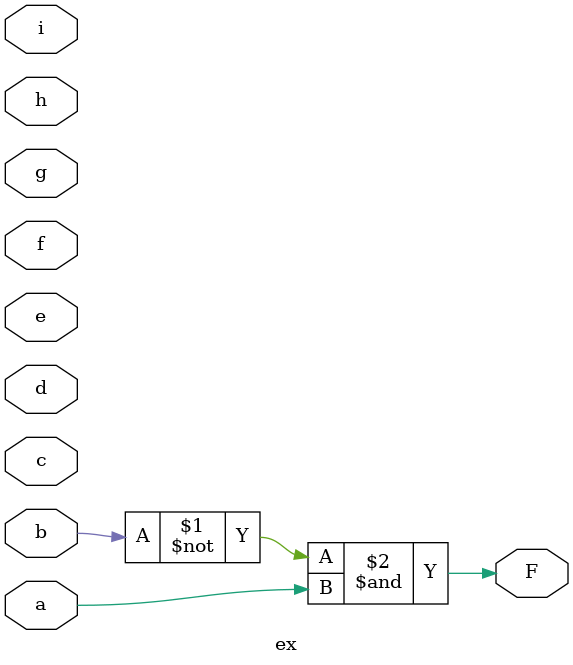
<source format=v>

module ex ( 
    a, b, c, d, e, f, g, h, i,
    F  );
  input  a, b, c, d, e, f, g, h, i;
  output F;
  assign F = ~b & a;
endmodule



</source>
